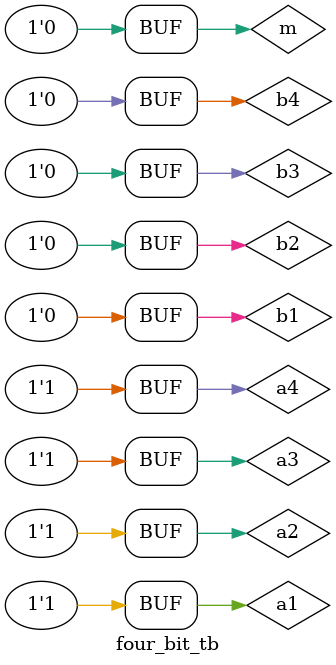
<source format=v>
`timescale 1ns/1ns


module Half_Adder (
    input in_a, in_b,
    output sum, carry
);
    
    xor(sum, in_a, in_b);
    and(carry, in_a, in_b);

endmodule

module Full_Adder (
    input in_a, in_b, in_c,
    output sum, carry 
);
    wire x,y,z;
    Half_Adder h1(
        .in_a(in_a),
        .in_b(in_b),
        .sum(x),
        .carry(y)
    );

    Half_Adder h2(
        .in_a(x),
        .in_b(in_c),
        .sum(sum),
        .carry(z)
    );

    or(carry, z, y);

endmodule

module four_bit_tb;
    reg a4 = 1'b1, a3 = 1'b1, a2 = 1'b0, a1 = 1'b1;
    reg b4 = 1'b0, b3 = 1'b0, b2 = 1'b0, b1 = 1'b1;
    reg m = 1'b0;
    wire s1, s2, s3, s4;
    wire c1, c2, c3;

    Full_Adder f1(
        .in_a(a1),
        .in_b(b1),
        .in_c(m),
        .carry(c1),
        .sum(s1)
    );
    Full_Adder f2(
        .in_a(a2),
        .in_b(b2),
        .in_c(c1),
        .carry(c2),
        .sum(s2)
    );
    Full_Adder f3(
        .in_a(a3),
        .in_b(b3),
        .in_c(c2),
        .carry(c3),
        .sum(s3)
    );
    Full_Adder f4(
        .in_a(a4),
        .in_b(b4),
        .in_c(c3),
        .sum(s4)
    );


    initial
    begin
        $dumpfile("four_bit.vcd");
        $dumpvars(0, four_bit_tb);
    end

    initial
    begin
        a4 = 1'b0;
        a3 = 1'b1;
        a2 = 1'b0;
        a1 = 1'b1;
        b4 = 1'b1;
        b3 = 1'b1;
        b2 = 1'b1;
        b1 = 1'b1;

        #10;
        a4 = 1'b1;
        a3 = 1'b1;
        a2 = 1'b0;
        a1 = 1'b0;
        b4 = 1'b1;
        b3 = 1'b0;
        b2 = 1'b1;
        b1 = 1'b1;

        #10;
        a4 = 1'b0;
        a3 = 1'b0;
        a2 = 1'b1;
        a1 = 1'b0; 
        b4 = 1'b0;
        b3 = 1'b0;
        b2 = 1'b0;
        b1 = 1'b0;

        #10;
        a4 = 1'b0;
        a3 = 1'b1;
        a2 = 1'b1;
        a1 = 1'b1;   
        #10;
        a4 = 1'b1;
        a3 = 1'b0;
        a2 = 1'b0;
        a1 = 1'b0;
        #10;
        a4 = 1'b0;
        a3 = 1'b0;
        a2 = 1'b0;
        a1 = 1'b0;
        #10;
        a4 = 1'b1;
        a3 = 1'b0;
        a2 = 1'b1;
        a1 = 1'b1;
        #10;
        a4 = 1'b1;
        a3 = 1'b1;
        a2 = 1'b1;
        a1 = 1'b1;
        #10;
    end
    initial
    begin
        $monitor("%d%d%d%d + %d%d%d%d = %d%d%d%d",a4,a3,a2,a1,b4,b3,b2,b1,s4,s3,s2,s1);
    end

endmodule

</source>
